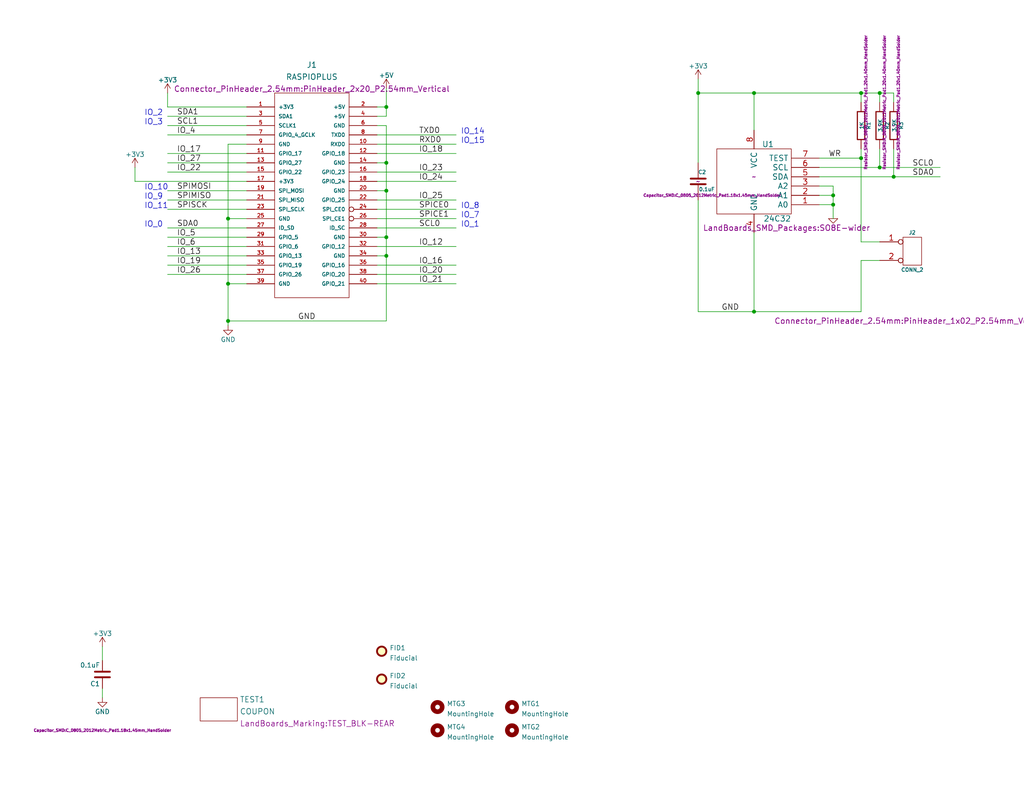
<source format=kicad_sch>
(kicad_sch (version 20211123) (generator eeschema)
  (paper "A")
  (title_block (title "RASPBERRY PI") (date "2022-06-08") (rev "1") (company "LAND BOARDS LLC"))
  (lib_symbols
    (symbol "Device:C" (pin_numbers hide) (pin_names (offset 0.254))
      (property "Reference" "C" (at 0.635 2.54 0))
      (property "Value" "C" (at 0.635 -2.54 0))
      (symbol "C_0_1"
        (polyline (pts (xy -2.032 -0.762) (xy 2.032 -0.762)) (stroke (width 0.508)))
        (polyline (pts (xy -2.032 0.762) (xy 2.032 0.762)) (stroke (width 0.508)))
      )
      (symbol "C_1_1"
        (pin passive line (at 0 3.81 270) (length 2.794) (name "~") (number "1"))
        (pin passive line (at 0 -3.81 90) (length 2.794) (name "~") (number "2"))
      )
    )
    (symbol "LandBoards:COUPON" (pin_names (offset 1.016))
      (property "Reference" "COUP?" (at 0 0 0))
      (property "Value" "COUPON" (at 0 0 0))
      (symbol "COUPON_0_1"
        (rectangle (start -5.08 0) (end 5.08 6.35))
      )
    )
    (symbol "LandBoards_Conns:RASPIOPLUS" (pin_names (offset 1.016))
      (property "Reference" "J" (at -8.89 29.21 0))
      (property "Value" "RASPIOPLUS" (at -2.54 -29.21 0))
      (symbol "RASPIOPLUS_0_1"
        (rectangle (start -10.16 27.94) (end 10.16 -27.94))
      )
      (symbol "RASPIOPLUS_1_1"
        (pin power_out line (at -17.78 24.13 0) (length 7.62) (name "+3V3") (number "1"))
        (pin input line (at 17.78 13.97 180) (length 7.62) (name "RXD0") (number "10"))
        (pin bidirectional line (at -17.78 11.43 0) (length 7.62) (name "GPIO_17") (number "11"))
        (pin bidirectional line (at 17.78 11.43 180) (length 7.62) (name "GPIO_18") (number "12"))
        (pin bidirectional line (at -17.78 8.89 0) (length 7.62) (name "GPIO_27") (number "13"))
        (pin power_out line (at 17.78 8.89 180) (length 7.62) (name "GND") (number "14"))
        (pin bidirectional line (at -17.78 6.35 0) (length 7.62) (name "GPIO_22") (number "15"))
        (pin bidirectional line (at 17.78 6.35 180) (length 7.62) (name "GPIO_23") (number "16"))
        (pin power_out line (at -17.78 3.81 0) (length 7.62) (name "+3V3") (number "17"))
        (pin bidirectional line (at 17.78 3.81 180) (length 7.62) (name "GPIO_24") (number "18"))
        (pin output line (at -17.78 1.27 0) (length 7.62) (name "SPI_MOSI") (number "19"))
        (pin power_out line (at 17.78 24.13 180) (length 7.62) (name "+5V") (number "2"))
        (pin power_out line (at 17.78 1.27 180) (length 7.62) (name "GND") (number "20"))
        (pin input line (at -17.78 -1.27 0) (length 7.62) (name "SPI_MISO") (number "21"))
        (pin output line (at 17.78 -1.27 180) (length 7.62) (name "GPIO_25") (number "22"))
        (pin output line (at -17.78 -3.81 0) (length 7.62) (name "SPI_SCLK") (number "23"))
        (pin output inverted (at 17.78 -3.81 180) (length 7.62) (name "SPI_CE0") (number "24"))
        (pin power_out line (at -17.78 -6.35 0) (length 7.62) (name "GND") (number "25"))
        (pin bidirectional inverted (at 17.78 -6.35 180) (length 7.62) (name "SPI_CE1") (number "26"))
        (pin power_out line (at -17.78 -8.89 0) (length 7.62) (name "ID_SD") (number "27"))
        (pin bidirectional line (at 17.78 -8.89 180) (length 7.62) (name "ID_SC") (number "28"))
        (pin power_out line (at -17.78 -11.43 0) (length 7.62) (name "GPIO_5") (number "29"))
        (pin bidirectional line (at -17.78 21.59 0) (length 7.62) (name "SDA1") (number "3"))
        (pin power_out line (at 17.78 -11.43 180) (length 7.62) (name "GND") (number "30"))
        (pin bidirectional line (at -17.78 -13.97 0) (length 7.62) (name "GPIO_6") (number "31"))
        (pin bidirectional line (at 17.78 -13.97 180) (length 7.62) (name "GPIO_12") (number "32"))
        (pin bidirectional line (at -17.78 -16.51 0) (length 7.62) (name "GPIO_13") (number "33"))
        (pin power_out line (at 17.78 -16.51 180) (length 7.62) (name "GND") (number "34"))
        (pin bidirectional line (at -17.78 -19.05 0) (length 7.62) (name "GPIO_19") (number "35"))
        (pin bidirectional line (at 17.78 -19.05 180) (length 7.62) (name "GPIO_16") (number "36"))
        (pin power_out line (at -17.78 -21.59 0) (length 7.62) (name "GPIO_26") (number "37"))
        (pin bidirectional line (at 17.78 -21.59 180) (length 7.62) (name "GPIO_20") (number "38"))
        (pin power_out line (at -17.78 -24.13 0) (length 7.62) (name "GND") (number "39"))
        (pin power_out line (at 17.78 21.59 180) (length 7.62) (name "+5V") (number "4"))
        (pin bidirectional line (at 17.78 -24.13 180) (length 7.62) (name "GPIO_21") (number "40"))
        (pin output line (at -17.78 19.05 0) (length 7.62) (name "SCLK1") (number "5"))
        (pin power_out line (at 17.78 19.05 180) (length 7.62) (name "GND") (number "6"))
        (pin output line (at -17.78 16.51 0) (length 7.62) (name "GPIO_4_GCLK") (number "7"))
        (pin output line (at 17.78 16.51 180) (length 7.62) (name "TXD0") (number "8"))
        (pin power_out line (at -17.78 13.97 0) (length 7.62) (name "GND") (number "9"))
      )
    )
    (symbol "Mechanical:Fiducial"
      (property "Reference" "FID" (at 0 5.08 0))
      (property "Value" "Fiducial" (at 0 3.175 0))
      (symbol "Fiducial_0_1"
        (circle (center 0 0) (radius 1.27) (stroke (width 0.508)) (fill (type background)))
      )
    )
    (symbol "Mechanical:MountingHole" (pin_names (offset 1.016))
      (property "Reference" "H" (at 0 5.08 0))
      (property "Value" "MountingHole" (at 0 3.175 0))
      (symbol "MountingHole_0_1"
        (circle (center 0 0) (radius 1.27) (stroke (width 1.27)))
      )
    )
    (symbol "RasPi-GVS-Plus-CFG-rescue:24C512" (pin_names (offset 0.762))
      (property "Reference" "U" (at 3.81 8.89 0))
      (property "Value" "24C512" (at 6.35 -11.43 0))
      (symbol "24C512_0_0"
        (pin power_in line (at 0 -15.24 90) (length 5.08) (name "GND") (number "4"))
        (pin power_in line (at 0 12.7 270) (length 5.08) (name "VCC") (number "8"))
      )
      (symbol "24C512_1_1"
        (rectangle (start -10.16 -10.16) (end 10.16 7.62))
        (pin input line (at 17.78 -7.62 180) (length 7.62) (name "A0") (number "1"))
        (pin input line (at 17.78 -5.08 180) (length 7.62) (name "A1") (number "2"))
        (pin input line (at 17.78 -2.54 180) (length 7.62) (name "A2") (number "3"))
        (pin bidirectional line (at 17.78 0 180) (length 7.62) (name "SDA") (number "5"))
        (pin input line (at 17.78 2.54 180) (length 7.62) (name "SCL") (number "6"))
        (pin input line (at 17.78 5.08 180) (length 7.62) (name "TEST") (number "7"))
      )
    )
    (symbol "RasPi-GVS-Plus-CFG-rescue:C" (pin_numbers hide) (pin_names (offset 0.254))
      (property "Reference" "C" (at 0 2.54 0))
      (property "Value" "C" (at 0.1524 -2.159 0))
      (symbol "C_0_1"
        (polyline (pts (xy -2.032 -0.762) (xy 2.032 -0.762)) (stroke (width 0.508)))
        (polyline (pts (xy -2.032 0.762) (xy 2.032 0.762)) (stroke (width 0.508)))
      )
      (symbol "C_1_1"
        (pin passive line (at 0 5.08 270) (length 4.318) (name "~") (number "1"))
        (pin passive line (at 0 -5.08 90) (length 4.318) (name "~") (number "2"))
      )
    )
    (symbol "RasPi-GVS-Plus-CFG-rescue:CONN_2" (pin_names (offset 1.016) hide)
      (property "Reference" "P" (at -1.27 0 90))
      (property "Value" "CONN_2" (at 1.27 0 90))
      (symbol "CONN_2_0_1"
        (rectangle (start -2.54 3.81) (end 2.54 -3.81))
      )
      (symbol "CONN_2_1_1"
        (pin passive inverted (at -8.89 2.54 0) (length 6.35) (name "P1") (number "1"))
        (pin passive inverted (at -8.89 -2.54 0) (length 6.35) (name "PM") (number "2"))
      )
    )
    (symbol "RasPi-GVS-Plus-CFG-rescue:GND" (power) (pin_names (offset 0))
      (symbol "GND_0_1"
        (polyline (pts (xy -1.27 0) (xy 0 -1.27) (xy 1.27 0) (xy -1.27 0)))
      )
      (symbol "GND_1_1"
        (pin power_in line (at 0 0 90) (length 0) hide (name "GND") (number "1"))
      )
    )
    (symbol "RasPi-GVS-Plus-CFG-rescue:R" (pin_numbers hide) (pin_names (offset 0))
      (property "Reference" "R" (at 2.032 0 90))
      (property "Value" "R" (at 0.1778 0.0254 90))
      (symbol "R_0_1"
        (rectangle (start -1.016 3.81) (end 1.016 -3.81) (stroke (width 0.3048)))
      )
      (symbol "R_1_1"
        (pin passive line (at 0 6.35 270) (length 2.54) (name "~") (number "1"))
        (pin passive line (at 0 -6.35 90) (length 2.54) (name "~") (number "2"))
      )
    )
    (symbol "power:+3.3V" (power) (pin_names (offset 0))
      (property "Value" "+3.3V" (at 0 3.556 0))
      (symbol "+3.3V_0_1"
        (polyline (pts (xy -0.762 1.27) (xy 0 2.54)))
        (polyline (pts (xy 0 0) (xy 0 2.54)))
        (polyline (pts (xy 0 2.54) (xy 0.762 1.27)))
      )
      (symbol "+3.3V_1_1"
        (pin power_in line (at 0 0 90) (length 0) hide (name "+3V3") (number "1"))
      )
    )
    (symbol "power:+5V" (power) (pin_names (offset 0))
      (property "Value" "+5V" (at 0 3.556 0))
      (symbol "+5V_0_1"
        (polyline (pts (xy -0.762 1.27) (xy 0 2.54)))
        (polyline (pts (xy 0 0) (xy 0 2.54)))
        (polyline (pts (xy 0 2.54) (xy 0.762 1.27)))
      )
      (symbol "+5V_1_1"
        (pin power_in line (at 0 0 90) (length 0) hide (name "+5V") (number "1"))
      )
    )
    (symbol "power:GND" (power) (pin_names (offset 0))
      (property "Value" "GND" (at 0 -3.81 0))
      (symbol "GND_0_1"
        (polyline (pts (xy 0 0) (xy 0 -1.27) (xy 1.27 -1.27) (xy 0 -2.54) (xy -1.27 -1.27) (xy 0 -1.27)))
      )
      (symbol "GND_1_1"
        (pin power_in line (at 0 0 270) (length 0) hide (name "GND") (number "1"))
      )
    )
  )
  (junction (at 105.41 44.45))
  (junction (at 62.23 87.63))
  (junction (at 105.41 52.07))
  (junction (at 62.23 77.47))
  (junction (at 234.95 43.18))
  (junction (at 227.33 53.34))
  (junction (at 205.74 25.4))
  (junction (at 105.41 64.77))
  (junction (at 227.33 55.88))
  (junction (at 205.74 85.09))
  (junction (at 240.03 25.4))
  (junction (at 190.5 25.4))
  (junction (at 62.23 59.69))
  (junction (at 243.84 48.26))
  (junction (at 105.41 69.85))
  (junction (at 240.03 45.72))
  (junction (at 234.95 25.4))
  (junction (at 105.41 29.21))
  (wire (pts (xy 124.46 49.53) (xy 102.87 49.53)))
  (wire (pts (xy 205.74 25.4) (xy 234.95 25.4)))
  (wire (pts (xy 105.41 31.75) (xy 105.41 29.21)))
  (wire (pts (xy 234.95 85.09) (xy 205.74 85.09)))
  (wire (pts (xy 27.94 187.96) (xy 27.94 190.5)))
  (wire (pts (xy 67.31 34.29) (xy 45.72 34.29)))
  (wire (pts (xy 67.31 44.45) (xy 45.72 44.45)))
  (wire (pts (xy 67.31 67.31) (xy 45.72 67.31)))
  (wire (pts (xy 67.31 39.37) (xy 62.23 39.37)))
  (wire (pts (xy 67.31 77.47) (xy 62.23 77.47)))
  (wire (pts (xy 62.23 87.63) (xy 62.23 88.9)))
  (wire (pts (xy 105.41 52.07) (xy 105.41 64.77)))
  (wire (pts (xy 102.87 52.07) (xy 105.41 52.07)))
  (wire (pts (xy 67.31 41.91) (xy 45.72 41.91)))
  (wire (pts (xy 234.95 40.64) (xy 234.95 43.18)))
  (wire (pts (xy 234.95 66.04) (xy 240.03 66.04)))
  (wire (pts (xy 240.03 40.64) (xy 240.03 45.72)))
  (wire (pts (xy 223.52 43.18) (xy 234.95 43.18)))
  (wire (pts (xy 36.83 49.53) (xy 36.83 45.72)))
  (wire (pts (xy 62.23 59.69) (xy 67.31 59.69)))
  (wire (pts (xy 223.52 50.8) (xy 227.33 50.8)))
  (wire (pts (xy 62.23 77.47) (xy 62.23 87.63)))
  (wire (pts (xy 67.31 31.75) (xy 45.72 31.75)))
  (wire (pts (xy 67.31 52.07) (xy 45.72 52.07)))
  (wire (pts (xy 105.41 64.77) (xy 105.41 69.85)))
  (wire (pts (xy 124.46 41.91) (xy 102.87 41.91)))
  (wire (pts (xy 234.95 27.94) (xy 234.95 25.4)))
  (wire (pts (xy 67.31 72.39) (xy 45.72 72.39)))
  (wire (pts (xy 223.52 45.72) (xy 240.03 45.72)))
  (wire (pts (xy 67.31 62.23) (xy 45.72 62.23)))
  (wire (pts (xy 124.46 57.15) (xy 102.87 57.15)))
  (wire (pts (xy 102.87 44.45) (xy 105.41 44.45)))
  (wire (pts (xy 240.03 25.4) (xy 243.84 25.4)))
  (wire (pts (xy 227.33 55.88) (xy 227.33 59.69)))
  (wire (pts (xy 124.46 72.39) (xy 102.87 72.39)))
  (wire (pts (xy 190.5 21.59) (xy 190.5 25.4)))
  (wire (pts (xy 190.5 44.45) (xy 190.5 25.4)))
  (wire (pts (xy 67.31 46.99) (xy 45.72 46.99)))
  (wire (pts (xy 223.52 53.34) (xy 227.33 53.34)))
  (wire (pts (xy 105.41 69.85) (xy 105.41 87.63)))
  (wire (pts (xy 102.87 31.75) (xy 105.41 31.75)))
  (wire (pts (xy 124.46 54.61) (xy 102.87 54.61)))
  (wire (pts (xy 67.31 54.61) (xy 45.72 54.61)))
  (wire (pts (xy 105.41 87.63) (xy 62.23 87.63)))
  (wire (pts (xy 227.33 50.8) (xy 227.33 53.34)))
  (wire (pts (xy 234.95 25.4) (xy 240.03 25.4)))
  (wire (pts (xy 67.31 57.15) (xy 45.72 57.15)))
  (wire (pts (xy 243.84 48.26) (xy 256.54 48.26)))
  (wire (pts (xy 67.31 69.85) (xy 45.72 69.85)))
  (wire (pts (xy 243.84 25.4) (xy 243.84 27.94)))
  (wire (pts (xy 105.41 34.29) (xy 102.87 34.29)))
  (wire (pts (xy 124.46 74.93) (xy 102.87 74.93)))
  (wire (pts (xy 124.46 39.37) (xy 102.87 39.37)))
  (wire (pts (xy 124.46 77.47) (xy 102.87 77.47)))
  (wire (pts (xy 105.41 29.21) (xy 105.41 24.13)))
  (wire (pts (xy 243.84 40.64) (xy 243.84 48.26)))
  (wire (pts (xy 45.72 29.21) (xy 67.31 29.21)))
  (wire (pts (xy 102.87 62.23) (xy 124.46 62.23)))
  (wire (pts (xy 67.31 36.83) (xy 45.72 36.83)))
  (wire (pts (xy 223.52 55.88) (xy 227.33 55.88)))
  (wire (pts (xy 105.41 34.29) (xy 105.41 44.45)))
  (wire (pts (xy 62.23 59.69) (xy 62.23 77.47)))
  (wire (pts (xy 124.46 46.99) (xy 102.87 46.99)))
  (wire (pts (xy 45.72 29.21) (xy 45.72 25.4)))
  (wire (pts (xy 240.03 71.12) (xy 234.95 71.12)))
  (wire (pts (xy 62.23 39.37) (xy 62.23 59.69)))
  (wire (pts (xy 227.33 53.34) (xy 227.33 55.88)))
  (wire (pts (xy 223.52 48.26) (xy 243.84 48.26)))
  (wire (pts (xy 205.74 63.5) (xy 205.74 85.09)))
  (wire (pts (xy 124.46 67.31) (xy 102.87 67.31)))
  (wire (pts (xy 102.87 29.21) (xy 105.41 29.21)))
  (wire (pts (xy 205.74 85.09) (xy 190.5 85.09)))
  (wire (pts (xy 190.5 25.4) (xy 205.74 25.4)))
  (wire (pts (xy 205.74 25.4) (xy 205.74 35.56)))
  (wire (pts (xy 67.31 64.77) (xy 45.72 64.77)))
  (wire (pts (xy 102.87 64.77) (xy 105.41 64.77)))
  (wire (pts (xy 124.46 36.83) (xy 102.87 36.83)))
  (wire (pts (xy 234.95 71.12) (xy 234.95 85.09)))
  (wire (pts (xy 27.94 176.53) (xy 27.94 180.34)))
  (wire (pts (xy 124.46 59.69) (xy 102.87 59.69)))
  (wire (pts (xy 190.5 54.61) (xy 190.5 85.09)))
  (wire (pts (xy 67.31 74.93) (xy 45.72 74.93)))
  (wire (pts (xy 240.03 27.94) (xy 240.03 25.4)))
  (wire (pts (xy 105.41 44.45) (xy 105.41 52.07)))
  (wire (pts (xy 67.31 49.53) (xy 36.83 49.53)))
  (wire (pts (xy 102.87 69.85) (xy 105.41 69.85)))
  (wire (pts (xy 240.03 45.72) (xy 256.54 45.72)))
  (wire (pts (xy 234.95 43.18) (xy 234.95 66.04)))
  (text "IO_14" (at 125.73 36.83 0) (effects (font (size 1.524 1.524)) (justify left bottom)))
  (text "IO_7" (at 125.73 59.69 0) (effects (font (size 1.524 1.524)) (justify left bottom)))
  (text "IO_15" (at 125.73 39.37 0) (effects (font (size 1.524 1.524)) (justify left bottom)))
  (text "IO_2" (at 39.37 31.75 0) (effects (font (size 1.524 1.524)) (justify left bottom)))
  (text "IO_11" (at 39.37 57.15 0) (effects (font (size 1.524 1.524)) (justify left bottom)))
  (text "IO_9" (at 39.37 54.61 0) (effects (font (size 1.524 1.524)) (justify left bottom)))
  (text "IO_8" (at 125.73 57.15 0) (effects (font (size 1.524 1.524)) (justify left bottom)))
  (text "IO_0" (at 39.37 62.23 0) (effects (font (size 1.524 1.524)) (justify left bottom)))
  (text "IO_10" (at 39.37 52.07 0) (effects (font (size 1.524 1.524)) (justify left bottom)))
  (text "IO_3" (at 39.37 34.29 0) (effects (font (size 1.524 1.524)) (justify left bottom)))
  (text "IO_1" (at 125.73 62.23 0) (effects (font (size 1.524 1.524)) (justify left bottom)))
  (label "IO_25" (at 114.3 54.61 0) (effects (font (size 1.524 1.524))))
  (label "IO_12" (at 114.3 67.31 0) (effects (font (size 1.524 1.524))))
  (label "WR" (at 226.06 43.18 0) (effects (font (size 1.524 1.524))))
  (label "SPISCK" (at 48.26 57.15 0) (effects (font (size 1.524 1.524))))
  (label "SDA1" (at 48.26 31.75 0) (effects (font (size 1.524 1.524))))
  (label "IO_13" (at 48.26 69.85 0) (effects (font (size 1.524 1.524))))
  (label "IO_4" (at 48.26 36.83 0) (effects (font (size 1.524 1.524))))
  (label "SPICE0" (at 114.3 57.15 0) (effects (font (size 1.524 1.524))))
  (label "IO_16" (at 114.3 72.39 0) (effects (font (size 1.524 1.524))))
  (label "RXD0" (at 114.3 39.37 0) (effects (font (size 1.524 1.524))))
  (label "IO_26" (at 48.26 74.93 0) (effects (font (size 1.524 1.524))))
  (label "SDA0" (at 248.92 48.26 0) (effects (font (size 1.524 1.524))))
  (label "IO_21" (at 114.3 77.47 0) (effects (font (size 1.524 1.524))))
  (label "SPIMOSI" (at 48.26 52.07 0) (effects (font (size 1.524 1.524))))
  (label "IO_17" (at 48.26 41.91 0) (effects (font (size 1.524 1.524))))
  (label "IO_18" (at 114.3 41.91 0) (effects (font (size 1.524 1.524))))
  (label "IO_22" (at 48.26 46.99 0) (effects (font (size 1.524 1.524))))
  (label "IO_23" (at 114.3 46.99 0) (effects (font (size 1.524 1.524))))
  (label "IO_24" (at 114.3 49.53 0) (effects (font (size 1.524 1.524))))
  (label "SCL0" (at 248.92 45.72 0) (effects (font (size 1.524 1.524))))
  (label "IO_6" (at 48.26 67.31 0) (effects (font (size 1.524 1.524))))
  (label "IO_5" (at 48.26 64.77 0) (effects (font (size 1.524 1.524))))
  (label "SPIMISO" (at 48.26 54.61 0) (effects (font (size 1.524 1.524))))
  (label "SDA0" (at 48.26 62.23 0) (effects (font (size 1.524 1.524))))
  (label "GND" (at 196.85 85.09 0) (effects (font (size 1.524 1.524))))
  (label "GND" (at 81.28 87.63 0) (effects (font (size 1.524 1.524))))
  (label "SCL1" (at 48.26 34.29 0) (effects (font (size 1.524 1.524))))
  (label "IO_20" (at 114.3 74.93 0) (effects (font (size 1.524 1.524))))
  (label "TXD0" (at 114.3 36.83 0) (effects (font (size 1.524 1.524))))
  (label "IO_27" (at 48.26 44.45 0) (effects (font (size 1.524 1.524))))
  (label "SPICE1" (at 114.3 59.69 0) (effects (font (size 1.524 1.524))))
  (label "IO_19" (at 48.26 72.39 0) (effects (font (size 1.524 1.524))))
  (label "SCL0" (at 114.3 62.23 0) (effects (font (size 1.524 1.524))))
  (symbol (lib_id "power:+3.3V") (at 45.72 25.4 0) (unit 1)
    (property "Reference" "#PWR05" (effects hide))
    (property "Value" "+3.3V" (at 45.72 21.844 0))
  )
  (symbol (lib_id "power:+5V") (at 105.41 24.13 0) (unit 1)
    (property "Reference" "#PWR06" (effects hide))
    (property "Value" "+5V" (at 105.41 20.574 0))
  )
  (symbol (lib_id "power:GND") (at 62.23 88.9 0) (unit 1)
    (property "Reference" "#PWR021" (effects hide))
    (property "Value" "GND" (at 62.23 92.71 0))
  )
  (symbol (lib_id "Device:C") (at 27.94 184.15 180) (unit 1)
    (property "Reference" "C1" (at 27.305 186.69 0) (effects (justify left)))
    (property "Value" "0.1uF" (at 27.305 181.61 0) (effects (justify left)))
    (property "Footprint" "Capacitor_SMD:C_0805_2012Metric_Pad1.18x1.45mm_HandSolder" (at 27.94 199.39 0) (effects (font (size 0.762 0.762))))
  )
  (symbol (lib_id "power:GND") (at 27.94 190.5 0) (unit 1)
    (property "Reference" "#PWR0104" (effects hide))
    (property "Value" "GND" (at 27.94 194.31 0))
  )
  (symbol (lib_id "power:+3.3V") (at 27.94 176.53 0) (unit 1)
    (property "Reference" "#PWR0105" (effects hide))
    (property "Value" "+3.3V" (at 27.94 172.974 0))
  )
  (symbol (lib_id "RasPi-GVS-Plus-CFG-rescue:R") (at 240.03 34.29 0) (unit 1)
    (property "Reference" "R2" (at 242.062 34.29 90) (effects (font (size 1.016 1.016))))
    (property "Value" "3.9K" (at 240.2078 34.2646 90) (effects (font (size 1.016 1.016))))
    (property "Footprint" "Resistor_SMD:R_0805_2012Metric_Pad1.20x1.40mm_HandSolder" (at 241.3 27.94 90) (effects (font (size 0.762 0.762))))
    (property "Datasheet" "~" (at 240.03 34.29 0) (effects (font (size 0.762 0.762))))
  )
  (symbol (lib_id "RasPi-GVS-Plus-CFG-rescue:C") (at 190.5 49.53 0) (unit 1)
    (property "Reference" "C2" (at 190.5 46.99 0) (effects (font (size 1.016 1.016)) (justify left)))
    (property "Value" "0.1uF" (at 190.6524 51.689 0) (effects (font (size 1.016 1.016)) (justify left)))
    (property "Footprint" "Capacitor_SMD:C_0805_2012Metric_Pad1.18x1.45mm_HandSolder" (at 194.31 53.34 0) (effects (font (size 0.762 0.762))))
    (property "Datasheet" "~" (at 190.5 49.53 0) (effects (font (size 1.524 1.524))))
  )
  (symbol (lib_id "Mechanical:Fiducial") (at 104.14 177.8 0) (unit 1)
    (property "Reference" "FID1" (at 106.299 176.8915 0) (effects (justify left)))
    (property "Value" "Fiducial" (at 106.299 179.6666 0) (effects (justify left)))
    (property "Footprint" "Fiducial:Fiducial_0.75mm_Mask2.25mm" (effects hide))
  )
  (symbol (lib_id "RasPi-GVS-Plus-CFG-rescue:CONN_2") (at 248.92 68.58 0) (unit 1)
    (property "Reference" "J2" (at 248.92 63.5 0) (effects (font (size 1.016 1.016))))
    (property "Value" "CONN_2" (at 248.92 73.66 0) (effects (font (size 1.016 1.016))))
    (property "Footprint" "Connector_PinHeader_2.54mm:PinHeader_1x02_P2.54mm_Vertical" (at 248.92 87.63 0) (effects (font (size 1.524 1.524))))
  )
  (symbol (lib_id "LandBoards:COUPON") (at 59.69 196.85 0) (unit 1)
    (property "Reference" "TEST1" (at 65.405 190.9708 0) (effects (font (size 1.524 1.524)) (justify left)))
    (property "Value" "COUPON" (at 65.405 194.2498 0) (effects (font (size 1.524 1.524)) (justify left)))
    (property "Footprint" "LandBoards_Marking:TEST_BLK-REAR" (at 65.405 197.5288 0) (effects (font (size 1.524 1.524)) (justify left)))
  )
  (symbol (lib_id "RasPi-GVS-Plus-CFG-rescue:24C512") (at 205.74 48.26 0) (unit 1)
    (property "Reference" "U1" (at 209.55 39.37 0) (effects (font (size 1.524 1.524))))
    (property "Value" "24C32" (at 212.09 59.69 0) (effects (font (size 1.524 1.524))))
    (property "Footprint" "LandBoards_SMD_Packages:SO8E-wider" (at 214.63 62.23 0) (effects (font (size 1.524 1.524))))
    (property "Datasheet" "~" (at 205.74 48.26 0) (effects (font (size 1.524 1.524))))
  )
  (symbol (lib_id "Mechanical:Fiducial") (at 104.14 185.42 0) (unit 1)
    (property "Reference" "FID2" (at 106.299 184.5115 0) (effects (justify left)))
    (property "Value" "Fiducial" (at 106.299 187.2866 0) (effects (justify left)))
    (property "Footprint" "Fiducial:Fiducial_0.75mm_Mask2.25mm" (effects hide))
  )
  (symbol (lib_id "power:+3.3V") (at 190.5 21.59 0) (unit 1)
    (property "Reference" "#PWR0102" (effects hide))
    (property "Value" "+3.3V" (at 190.5 18.034 0))
  )
  (symbol (lib_id "Mechanical:MountingHole") (at 119.38 199.39 0) (unit 1)
    (property "Reference" "MTG4" (at 121.92 198.4815 0) (effects (justify left)))
    (property "Value" "MountingHole" (at 121.92 201.2566 0) (effects (justify left)))
    (property "Footprint" "MountingHole:MountingHole_2.7mm_M2.5" (effects hide))
  )
  (symbol (lib_id "power:+3.3V") (at 36.83 45.72 0) (unit 1)
    (property "Reference" "#PWR0103" (effects hide))
    (property "Value" "+3.3V" (at 36.83 42.164 0))
  )
  (symbol (lib_id "RasPi-GVS-Plus-CFG-rescue:R") (at 243.84 34.29 0) (unit 1)
    (property "Reference" "R3" (at 245.872 34.29 90) (effects (font (size 1.016 1.016))))
    (property "Value" "3.9K" (at 244.0178 34.2646 90) (effects (font (size 1.016 1.016))))
    (property "Footprint" "Resistor_SMD:R_0805_2012Metric_Pad1.20x1.40mm_HandSolder" (at 245.11 27.94 90) (effects (font (size 0.762 0.762))))
    (property "Datasheet" "~" (at 243.84 34.29 0) (effects (font (size 0.762 0.762))))
  )
  (symbol (lib_id "Mechanical:MountingHole") (at 139.7 199.39 0) (unit 1)
    (property "Reference" "MTG2" (at 142.24 198.4815 0) (effects (justify left)))
    (property "Value" "MountingHole" (at 142.24 201.2566 0) (effects (justify left)))
    (property "Footprint" "MountingHole:MountingHole_2.7mm_M2.5" (effects hide))
  )
  (symbol (lib_id "Mechanical:MountingHole") (at 139.7 193.04 0) (unit 1)
    (property "Reference" "MTG1" (at 142.24 192.1315 0) (effects (justify left)))
    (property "Value" "MountingHole" (at 142.24 194.9066 0) (effects (justify left)))
    (property "Footprint" "MountingHole:MountingHole_2.7mm_M2.5" (effects hide))
  )
  (symbol (lib_id "RasPi-GVS-Plus-CFG-rescue:GND") (at 227.33 59.69 0) (unit 1)
    (property "Reference" "#PWR0101" (effects hide))
    (property "Value" "GND" (effects hide))
  )
  (symbol (lib_id "LandBoards_Conns:RASPIOPLUS") (at 85.09 53.34 0) (unit 1)
    (property "Reference" "J1" (at 85.09 17.7171 0) (effects (font (size 1.524 1.524))))
    (property "Value" "RASPIOPLUS" (at 85.09 20.9961 0) (effects (font (size 1.524 1.524))))
    (property "Footprint" "Connector_PinHeader_2.54mm:PinHeader_2x20_P2.54mm_Vertical" (at 85.09 24.2751 0) (effects (font (size 1.524 1.524))))
  )
  (symbol (lib_id "RasPi-GVS-Plus-CFG-rescue:R") (at 234.95 34.29 0) (unit 1)
    (property "Reference" "R1" (at 236.982 34.29 90) (effects (font (size 1.016 1.016))))
    (property "Value" "1K" (at 235.1278 34.2646 90) (effects (font (size 1.016 1.016))))
    (property "Footprint" "Resistor_SMD:R_0805_2012Metric_Pad1.20x1.40mm_HandSolder" (at 236.22 27.94 90) (effects (font (size 0.762 0.762))))
    (property "Datasheet" "~" (at 234.95 34.29 0) (effects (font (size 0.762 0.762))))
  )
  (symbol (lib_id "Mechanical:MountingHole") (at 119.38 193.04 0) (unit 1)
    (property "Reference" "MTG3" (at 121.92 192.1315 0) (effects (justify left)))
    (property "Value" "MountingHole" (at 121.92 194.9066 0) (effects (justify left)))
    (property "Footprint" "MountingHole:MountingHole_2.7mm_M2.5" (effects hide))
  )
)
</source>
